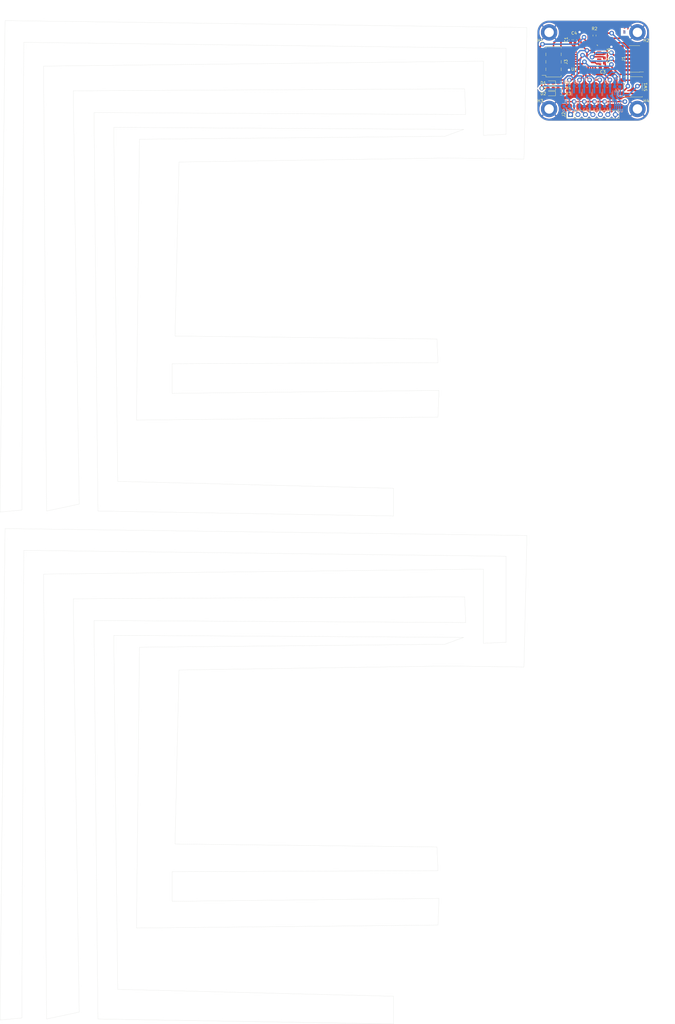
<source format=kicad_pcb>
(kicad_pcb (version 20221018) (generator pcbnew)
  (layers (0 "F.Cu" signal) (31 "B.Cu" signal) (34 "B.Paste" user) (35 "F.Paste" user) (36 "B.SilkS" user "B.Silkscreen") (37 "F.SilkS" user "F.Silkscreen") (38 "B.Mask" user) (39 "F.Mask" user) (44 "Edge.Cuts" user))
  (net 0 "")
  (net 1 "+5V-v2-")
  (net 2 "GND-v2-")
  (net 3 "+3.3V-v2-")
  (net 4 "Net-(D1-K)-v2-")
  (net 6 "Net-(D3-K)-v2-")
  (net 7 "Status_LED-v2-")
  (net 8 "Data_Clock_SNES-v2-")
  (net 9 "Data_Latch_SNES-v2-")
  (net 10 "Net-(D2-K)-v2-")
  (net 11 "Serial_Data1_SNES-v2-")
  (net 12 "Serial_Data2_SNES-v2-")
  (net 13 "SPI_Chip_Select-v2-")
  (net 14 "Chip_Enable-v2-")
  (net 15 "SPI_Digital_Input-v2-")
  (net 16 "SPI_Clock-v2-")
  (net 17 "SPI_Digital_Output-v2-")
  (net 18 "IOBit_SNES-v2-")
  (net 19 "Data_Clock_STM32-v2-")
  (net 20 "Data_Latch_STM32-v2-")
  (net 21 "Appairing_Btn-v2-")
  (net 22 "Net-(U2-BP)-v2-")
  (net 23 "SWDIO-v2-")
  (net 24 "SWDCK-v2-")
  (net 27 "NRST-v2-")
  (net 28 "USART2_RX-v2-")
  (net 29 "USART2_TX-v2-")
  (net 30 "Serial_Data1_STM32-v2-")
  (net 31 "IOBit_STM32-v2-")
  (net 32 "Serial_Data2_STM32-v2-")
  (footprint "Package_QFP:LQFP-32_7x7mm_P0.8mm" (layer "F.Cu") (at 200.6 13.15 180)
    (fp_text reference "U1")
    (fp_text value "STM32L412KBTx")
  )
  (footprint "Connector_PinSocket_2.54mm:PinSocket_2x04_P2.54mm_Vertical_SMD" (layer "F.Cu") (at 189.25 15.25 180)
    (fp_text reference "J3")
    (fp_text value "Conn_01x08_Socket")
  )
  (footprint "MountingHole:MountingHole_3.2mm_M3_DIN965_Pad" (layer "F.Cu") (at 187.75 31.25)
    (fp_text reference "H3")
    (fp_text value "MountingHole_Pad")
  )
  (footprint "Capacitor_SMD:C_0603_1608Metric_Pad1.08x0.95mm_HandSolder" (layer "F.Cu") (at 206.0025 17.19)
    (fp_text reference "C3")
    (fp_text value "100n")
  )
  (footprint "Diode_SMD:D_0603_1608Metric_Pad1.05x0.95mm_HandSolder" (layer "F.Cu") (at 188.26875 22.45 180)
    (fp_text reference "D1")
    (fp_text value "LED_Small")
  )
  (footprint "MountingHole:MountingHole_3.2mm_M3_DIN965_Pad" (layer "F.Cu") (at 217.75 31.25)
    (fp_text reference "H4")
    (fp_text value "MountingHole_Pad")
  )
  (footprint "Capacitor_SMD:C_0603_1608Metric_Pad1.08x0.95mm_HandSolder" (layer "F.Cu") (at 206.51 14.8025 90)
    (fp_text reference "C2")
    (fp_text value "100n")
  )
  (footprint "Resistor_SMD:R_0603_1608Metric_Pad0.98x0.95mm_HandSolder" (layer "F.Cu") (at 191.76875 22.45)
    (fp_text reference "R1")
    (fp_text value "1k")
  )
  (footprint "Connector_PinHeader_1.27mm:PinHeader_2x07_P1.27mm_Vertical_SMD" (layer "F.Cu") (at 216.75 14.25 180)
    (fp_text reference "J1")
    (fp_text value "Conn_02x07_Odd_Even")
  )
  (footprint "Button_Switch_SMD:SW_SPST_B3S-1000" (layer "F.Cu") (at 216.25 23.75 180)
    (fp_text reference "SW1")
    (fp_text value "SW_SPST")
  )
  (footprint "Capacitor_SMD:C_0603_1608Metric_Pad1.08x0.95mm_HandSolder" (layer "F.Cu") (at 196.55 7.75 90)
    (fp_text reference "C4")
    (fp_text value "100n")
  )
  (footprint "Resistor_SMD:R_0603_1608Metric_Pad0.98x0.95mm_HandSolder" (layer "F.Cu") (at 203.17 6.32 90)
    (fp_text reference "R2")
    (fp_text value "10k")
  )
  (footprint "MountingHole:MountingHole_3.2mm_M3_DIN965_Pad" (layer "F.Cu") (at 217.75 5.25)
    (fp_text reference "H2")
    (fp_text value "MountingHole_Pad")
  )
  (footprint "MountingHole:MountingHole_3.2mm_M3_DIN965_Pad" (layer "F.Cu") (at 187.75 5.25)
    (fp_text reference "H1")
    (fp_text value "MountingHole_Pad")
  )
  (footprint "Resistor_SMD:R_0603_1608Metric_Pad0.98x0.95mm_HandSolder" (layer "F.Cu") (at 191.76875 26.05)
    (fp_text reference "R3")
    (fp_text value "1k")
  )
  (footprint "Resistor_SMD:R_0603_1608Metric_Pad0.98x0.95mm_HandSolder" (layer "F.Cu") (at 191.76875 24.25)
    (fp_text reference "R4")
    (fp_text value "1k")
  )
  (footprint "Connector_PinHeader_2.54mm:PinHeader_1x07_P2.54mm_Vertical" (layer "F.Cu") (at 195 33.15 90)
    (fp_text reference "J2")
    (fp_text value "Conn_01x07_Socket")
  )
  (footprint "Capacitor_SMD:C_0603_1608Metric_Pad1.08x0.95mm_HandSolder" (layer "F.Cu") (at 195.05 7.75 90)
    (fp_text reference "C1")
    (fp_text value "10u")
  )
  (footprint "Capacitor_SMD:C_0603_1608Metric_Pad1.08x0.95mm_HandSolder" (layer "F.Cu") (at 206.51 11.5 90)
    (fp_text reference "C5")
    (fp_text value "100n")
  )
  (footprint "Diode_SMD:D_0603_1608Metric_Pad1.05x0.95mm_HandSolder" (layer "F.Cu") (at 188.26875 24.25 180)
    (fp_text reference "D3")
    (fp_text value "LED")
  )
  (footprint "Diode_SMD:D_0603_1608Metric_Pad1.05x0.95mm_HandSolder" (layer "F.Cu") (at 188.26875 26.05 180)
    (fp_text reference "D2")
    (fp_text value "LED_Small")
  )
  (footprint "Package_TO_SOT_SMD:SOT-23" (layer "B.Cu") (at 207.5 26.15 -90)
    (fp_text reference "Q5")
    (fp_text value "2N7002")
  )
  (footprint "Capacitor_SMD:C_0603_1608Metric_Pad1.08x0.95mm_HandSolder" (layer "B.Cu") (at 210.9 22.2 180)
    (fp_text reference "C7")
    (fp_text value "2.2u")
  )
  (footprint "Resistor_SMD:R_0603_1608Metric_Pad0.98x0.95mm_HandSolder" (layer "B.Cu") (at 197.15 23.45)
    (fp_text reference "R6")
    (fp_text value "10k")
  )
  (footprint "Resistor_SMD:R_0603_1608Metric_Pad0.98x0.95mm_HandSolder" (layer "B.Cu") (at 193.7 30.35)
    (fp_text reference "R10")
    (fp_text value "10k")
  )
  (footprint "Package_SO:MSOP-8_3x3mm_P0.65mm" (layer "B.Cu") (at 211.0125 27.9 -90)
    (fp_text reference "U2")
    (fp_text value "MIC5219-3.3YMM")
  )
  (footprint "Resistor_SMD:R_0603_1608Metric_Pad0.98x0.95mm_HandSolder" (layer "B.Cu") (at 207.5 30.35)
    (fp_text reference "R14")
    (fp_text value "10k")
  )
  (footprint "Resistor_SMD:R_0603_1608Metric_Pad0.98x0.95mm_HandSolder" (layer "B.Cu") (at 204.05 23.45)
    (fp_text reference "R8")
    (fp_text value "10k")
  )
  (footprint "Resistor_SMD:R_0603_1608Metric_Pad0.98x0.95mm_HandSolder" (layer "B.Cu") (at 200.6 30.35)
    (fp_text reference "R12")
    (fp_text value "10k")
  )
  (footprint "Capacitor_SMD:C_0603_1608Metric_Pad1.08x0.95mm_HandSolder" (layer "B.Cu") (at 210.9 23.7 180)
    (fp_text reference "C6")
    (fp_text value "470p")
  )
  (footprint "Package_TO_SOT_SMD:SOT-23" (layer "B.Cu") (at 204.05 26.15 -90)
    (fp_text reference "Q4")
    (fp_text value "2N7002")
  )
  (footprint "Package_TO_SOT_SMD:SOT-23" (layer "B.Cu") (at 193.7 26.15 -90)
    (fp_text reference "Q1")
    (fp_text value "2N7002")
  )
  (footprint "Package_TO_SOT_SMD:SOT-23" (layer "B.Cu") (at 200.6 26.15 -90)
    (fp_text reference "Q3")
    (fp_text value "2N7002")
  )
  (footprint "Resistor_SMD:R_0603_1608Metric_Pad0.98x0.95mm_HandSolder" (layer "B.Cu") (at 193.7 23.45)
    (fp_text reference "R5")
    (fp_text value "10k")
  )
  (footprint "Resistor_SMD:R_0603_1608Metric_Pad0.98x0.95mm_HandSolder" (layer "B.Cu") (at 204.05 30.35)
    (fp_text reference "R13")
    (fp_text value "10k")
  )
  (footprint "Resistor_SMD:R_0603_1608Metric_Pad0.98x0.95mm_HandSolder" (layer "B.Cu") (at 207.5 23.45)
    (fp_text reference "R9")
    (fp_text value "10k")
  )
  (footprint "Resistor_SMD:R_0603_1608Metric_Pad0.98x0.95mm_HandSolder" (layer "B.Cu") (at 200.6 23.45)
    (fp_text reference "R7")
    (fp_text value "10k")
  )
  (footprint "Package_TO_SOT_SMD:SOT-23" (layer "B.Cu") (at 197.15 26.15 -90)
    (fp_text reference "Q2")
    (fp_text value "2N7002")
  )
  (footprint "Resistor_SMD:R_0603_1608Metric_Pad0.98x0.95mm_HandSolder" (layer "B.Cu") (at 197.15 30.35)
    (fp_text reference "R11")
    (fp_text value "10k")
  )
  (gr_line (start 26.099937 197.58989) (end 159.059937 196.91989) (stroke (width 0.05)) (layer "Edge.Cuts"))
  (gr_line (start 150.329937 126.82989) (end 59.679937 127.82989) (stroke (width 0.05)) (layer "Edge.Cuts"))
  (gr_line (start 134.889937 160.06989) (end 41.209937 157.71989) (stroke (width 0.05)) (layer "Edge.Cuts"))
  (gr_line (start 41.209937 157.71989) (end 39.869937 37.50989) (stroke (width 0.05)) (layer "Edge.Cuts"))
  (gr_line (start 149.999937 117.42989) (end 149.659937 109.36989) (stroke (width 0.05)) (layer "Edge.Cuts"))
  (gr_line (start 149.999937 308.38989) (end 150.329937 299.32989) (stroke (width 0.05)) (layer "Edge.Cuts"))
  (gr_line (start 187.75 1.25) (end 217.75 1.25) (stroke (width 0.1)) (layer "Edge.Cuts"))
  (gr_line (start 149.999937 135.88989) (end 150.329937 126.82989) (stroke (width 0.05)) (layer "Edge.Cuts"))
  (gr_line (start 26.099937 25.08989) (end 159.059937 24.41989) (stroke (width 0.05)) (layer "Edge.Cuts"))
  (gr_line (start 1.249937 168.12989) (end 8.639937 167.44989) (stroke (width 0.05)) (layer "Edge.Cuts"))
  (gr_line (start 217.75 35.25) (end 187.75 35.25) (stroke (width 0.1)) (layer "Edge.Cuts"))
  (gr_line (start 33.149937 204.97989) (end 34.489937 340.28989) (stroke (width 0.05)) (layer "Edge.Cuts"))
  (gr_line (start 2.929937 173.74989) (end 1.249937 340.62989) (stroke (width 0.05)) (layer "Edge.Cuts"))
  (gr_line (start 62.029937 49.26989) (end 153.019937 47.91989) (stroke (width 0.05)) (layer "Edge.Cuts"))
  (gr_line (start 150.329937 299.32989) (end 59.679937 300.32989) (stroke (width 0.05)) (layer "Edge.Cuts"))
  (gr_line (start 16.029937 189.19989) (end 17.039937 340.28989) (stroke (width 0.05)) (layer "Edge.Cuts"))
  (gr_line (start 60.679937 280.85989) (end 62.029937 221.76989) (stroke (width 0.05)) (layer "Edge.Cuts"))
  (gr_line (start 180.219937 176.09989) (end 2.929937 173.74989) (stroke (width 0.05)) (layer "Edge.Cuts"))
  (gr_line (start 59.679937 290.25989) (end 149.999937 289.92989) (stroke (width 0.05)) (layer "Edge.Cuts"))
  (gr_line (start 134.889937 169.46989) (end 134.889937 160.06989) (stroke (width 0.05)) (layer "Edge.Cuts"))
  (gr_line (start 47.589937 309.39989) (end 149.999937 308.38989) (stroke (width 0.05)) (layer "Edge.Cuts"))
  (gr_line (start 134.889937 332.56989) (end 41.209937 330.21989) (stroke (width 0.05)) (layer "Edge.Cuts"))
  (gr_line (start 165.439937 212.69989) (end 165.439937 187.51989) (stroke (width 0.05)) (layer "Edge.Cuts"))
  (gr_line (start 134.889937 341.96989) (end 134.889937 332.56989) (stroke (width 0.05)) (layer "Edge.Cuts"))
  (gr_line (start 173.159937 10.64989) (end 173.159937 39.85989) (stroke (width 0.05)) (layer "Edge.Cuts"))
  (gr_line (start 39.869937 210.00989) (end 158.729937 210.68989) (stroke (width 0.05)) (layer "Edge.Cuts"))
  (gr_line (start 2.929937 1.24989) (end 1.249937 168.12989) (stroke (width 0.05)) (layer "Edge.Cuts"))
  (gr_line (start 165.439937 15.01989) (end 16.029937 16.69989) (stroke (width 0.05)) (layer "Edge.Cuts"))
  (gr_line (start 48.599937 41.53989) (end 47.589937 136.89989) (stroke (width 0.05)) (layer "Edge.Cuts"))
  (gr_line (start 34.489937 167.78989) (end 134.889937 169.46989) (stroke (width 0.05)) (layer "Edge.Cuts"))
  (gr_line (start 180.219937 3.59989) (end 2.929937 1.24989) (stroke (width 0.05)) (layer "Edge.Cuts"))
  (gr_line (start 34.489937 340.28989) (end 134.889937 341.96989) (stroke (width 0.05)) (layer "Edge.Cuts"))
  (gr_line (start 48.599937 214.03989) (end 47.589937 309.39989) (stroke (width 0.05)) (layer "Edge.Cuts"))
  (gr_line (start 159.399937 33.14989) (end 33.149937 32.47989) (stroke (width 0.05)) (layer "Edge.Cuts"))
  (gr_line (start 60.679937 108.35989) (end 62.029937 49.26989) (stroke (width 0.05)) (layer "Edge.Cuts"))
  (gr_line (start 158.729937 210.68989) (end 152.349937 213.03989) (stroke (width 0.05)) (layer "Edge.Cuts"))
  (gr_line (start 183.75 31.25) (end 183.75 5.25) (stroke (width 0.1)) (layer "Edge.Cuts"))
  (gr_line (start 165.439937 40.19989) (end 165.439937 15.01989) (stroke (width 0.05)) (layer "Edge.Cuts"))
  (gr_line (start 221.75 5.25) (end 221.75 31.25) (stroke (width 0.1)) (layer "Edge.Cuts"))
  (gr_line (start 41.209937 330.21989) (end 39.869937 210.00989) (stroke (width 0.05)) (layer "Edge.Cuts"))
  (gr_line (start 1.249937 340.62989) (end 8.639937 339.94989) (stroke (width 0.05)) (layer "Edge.Cuts"))
  (gr_line (start 59.679937 117.75989) (end 149.999937 117.42989) (stroke (width 0.05)) (layer "Edge.Cuts"))
  (gr_line (start 8.639937 167.44989) (end 9.309937 8.63989) (stroke (width 0.05)) (layer "Edge.Cuts"))
  (gr_line (start 152.349937 40.53989) (end 48.599937 41.53989) (stroke (width 0.05)) (layer "Edge.Cuts"))
  (gr_line (start 165.439937 187.51989) (end 16.029937 189.19989) (stroke (width 0.05)) (layer "Edge.Cuts"))
  (gr_line (start 158.729937 38.18989) (end 152.349937 40.53989) (stroke (width 0.05)) (layer "Edge.Cuts"))
  (gr_arc (start 187.75 35.25) (mid 184.921573 34.078427) (end 183.75 31.25) (stroke (width 0.1)) (layer "Edge.Cuts"))
  (gr_line (start 59.679937 300.32989) (end 59.679937 290.25989) (stroke (width 0.05)) (layer "Edge.Cuts"))
  (gr_line (start 179.209937 48.25989) (end 180.219937 3.59989) (stroke (width 0.05)) (layer "Edge.Cuts"))
  (gr_line (start 62.029937 221.76989) (end 153.019937 220.41989) (stroke (width 0.05)) (layer "Edge.Cuts"))
  (gr_line (start 149.999937 289.92989) (end 149.659937 281.86989) (stroke (width 0.05)) (layer "Edge.Cuts"))
  (gr_line (start 16.029937 16.69989) (end 17.039937 167.78989) (stroke (width 0.05)) (layer "Edge.Cuts"))
  (gr_line (start 59.679937 127.82989) (end 59.679937 117.75989) (stroke (width 0.05)) (layer "Edge.Cuts"))
  (gr_line (start 153.019937 220.41989) (end 179.209937 220.75989) (stroke (width 0.05)) (layer "Edge.Cuts"))
  (gr_line (start 28.119937 165.43989) (end 26.099937 25.08989) (stroke (width 0.05)) (layer "Edge.Cuts"))
  (gr_line (start 28.119937 337.93989) (end 26.099937 197.58989) (stroke (width 0.05)) (layer "Edge.Cuts"))
  (gr_line (start 173.159937 212.35989) (end 165.439937 212.69989) (stroke (width 0.05)) (layer "Edge.Cuts"))
  (gr_line (start 17.039937 167.78989) (end 28.119937 165.43989) (stroke (width 0.05)) (layer "Edge.Cuts"))
  (gr_arc (start 183.75 5.25) (mid 184.921573 2.421573) (end 187.75 1.25) (stroke (width 0.1)) (layer "Edge.Cuts"))
  (gr_line (start 149.659937 281.86989) (end 60.679937 280.85989) (stroke (width 0.05)) (layer "Edge.Cuts"))
  (gr_line (start 8.639937 339.94989) (end 9.309937 181.13989) (stroke (width 0.05)) (layer "Edge.Cuts"))
  (gr_line (start 39.869937 37.50989) (end 158.729937 38.18989) (stroke (width 0.05)) (layer "Edge.Cuts"))
  (gr_arc (start 217.75 1.25) (mid 220.578427 2.421573) (end 221.75 5.25) (stroke (width 0.1)) (layer "Edge.Cuts"))
  (gr_line (start 159.059937 196.91989) (end 159.399937 205.64989) (stroke (width 0.05)) (layer "Edge.Cuts"))
  (gr_line (start 173.159937 183.14989) (end 173.159937 212.35989) (stroke (width 0.05)) (layer "Edge.Cuts"))
  (gr_line (start 159.059937 24.41989) (end 159.399937 33.14989) (stroke (width 0.05)) (layer "Edge.Cuts"))
  (gr_line (start 179.209937 220.75989) (end 180.219937 176.09989) (stroke (width 0.05)) (layer "Edge.Cuts"))
  (gr_line (start 152.349937 213.03989) (end 48.599937 214.03989) (stroke (width 0.05)) (layer "Edge.Cuts"))
  (gr_arc (start 221.75 31.25) (mid 220.578427 34.078427) (end 217.75 35.25) (stroke (width 0.1)) (layer "Edge.Cuts"))
  (gr_line (start 159.399937 205.64989) (end 33.149937 204.97989) (stroke (width 0.05)) (layer "Edge.Cuts"))
  (gr_line (start 173.159937 39.85989) (end 165.439937 40.19989) (stroke (width 0.05)) (layer "Edge.Cuts"))
  (gr_line (start 153.019937 47.91989) (end 179.209937 48.25989) (stroke (width 0.05)) (layer "Edge.Cuts"))
  (gr_line (start 149.659937 109.36989) (end 60.679937 108.35989) (stroke (width 0.05)) (layer "Edge.Cuts"))
  (gr_line (start 9.309937 8.63989) (end 173.159937 10.64989) (stroke (width 0.05)) (layer "Edge.Cuts"))
  (gr_line (start 33.149937 32.47989) (end 34.489937 167.78989) (stroke (width 0.05)) (layer "Edge.Cuts"))
  (gr_line (start 9.309937 181.13989) (end 173.159937 183.14989) (stroke (width 0.05)) (layer "Edge.Cuts"))
  (gr_line (start 47.589937 136.89989) (end 149.999937 135.88989) (stroke (width 0.05)) (layer "Edge.Cuts"))
  (gr_line (start 17.039937 340.28989) (end 28.119937 337.93989) (stroke (width 0.05)) (layer "Edge.Cuts"))
  (gr_text "SNES Plug" (at 205.75 3.75) (layer "F.Cu") (effects (font (size 1 1)) (justify left bottom)))
  (gr_text "T" (at 212.75 5.75) (layer "F.Cu") (effects (font (size 1 1)) (justify left bottom)))
  (gr_text "B" (at 212.75 5.75) (layer "B.Cu") (effects (font (size 1 1)) (justify left bottom)))
  (segment (start 203.1375 28.75) (end 206.5875 28.75) (width 0.5) (layer "F.Cu") (net 1))
  (segment (start 196.2375 28.75) (end 199.6875 28.75) (width 0.3) (layer "F.Cu") (net 1))
  (segment (start 206.5875 28.75) (end 213.5 28.75) (width 0.5) (layer "F.Cu") (net 1))
  (segment (start 196.2375 28.75) (end 196.2375 31.9125) (width 0.5) (layer "F.Cu") (net 1))
  (segment (start 188.809189 27.5) (end 190.25 27.5) (width 0.5) (layer "F.Cu") (net 1))
  (segment (start 203.1375 28.75) (end 199.6875 28.75) (width 0.5) (layer "F.Cu") (net 1))
  (segment (start 187.39375 26.084561) (end 188.809189 27.5) (width 0.5) (layer "F.Cu") (net 1))
  (segment (start 196.2375 31.9125) (end 195 33.15) (width 0.5) (layer "F.Cu") (net 1))
  (segment (start 191.5 28.75) (end 196.2375 28.75) (width 0.5) (layer "F.Cu") (net 1))
  (segment (start 190.25 27.5) (end 191.5 28.75) (width 0.5) (layer "F.Cu") (net 1))
  (segment (start 187.39375 26.05) (end 187.39375 26.084561) (width 0.5) (layer "F.Cu") (net 1))
  (via (at 213.5 28.75) (size 1.6) (drill 0.8) (layers "F.Cu" "B.Cu") (net 1))
  (via (at 196.2375 28.75) (size 1.6) (drill 0.8) (layers "F.Cu" "B.Cu") (net 1))
  (via (at 203.1375 28.75) (size 1.6) (drill 0.8) (layers "F.Cu" "B.Cu") (net 1))
  (via (at 206.5875 28.75) (size 1.6) (drill 0.8) (layers "F.Cu" "B.Cu") (net 1))
  (via (at 199.6875 28.75) (size 1.6) (drill 0.8) (layers "F.Cu" "B.Cu") (net 1))
  (segment (start 210.6875 25.7875) (end 210.6875 27.230761) (width 0.3) (layer "B.Cu") (net 1))
  (segment (start 213.4 28.65) (end 212.106739 28.65) (width 0.5) (layer "B.Cu") (net 1))
  (segment (start 206.5875 28.75) (end 206.5875 30.35) (width 0.5) (layer "B.Cu") (net 1))
  (segment (start 199.6875 28.75) (end 199.6875 30.35) (width 0.5) (layer "B.Cu") (net 1))
  (segment (start 196.2375 30.35) (end 196.2375 28.75) (width 0.5) (layer "B.Cu") (net 1))
  (segment (start 212.106739 28.65) (end 210.6875 27.230761) (width 0.5) (layer "B.Cu") (net 1))
  (segment (start 195 33.15) (end 195 32.5625) (width 0.5) (layer "B.Cu") (net 1))
  (segment (start 203.1375 28.75) (end 203.1375 30.35) (width 0.5) (layer "B.Cu") (net 1))
  (segment (start 195 32.5625) (end 192.7875 30.35) (width 0.5) (layer "B.Cu") (net 1))
  (segment (start 213.5 28.75) (end 213.4 28.65) (width 0.5) (layer "B.Cu") (net 1))
  (segment (start 206.865 16.02) (end 206.51 15.665) (width 0.5) (layer "F.Cu") (net 2))
  (segment (start 195.05 6.8875) (end 196.55 6.8875) (width 0.5) (layer "F.Cu") (net 2))
  (segment (start 196.55 6.7) (end 198.1 5.15) (width 0.5) (layer "F.Cu") (net 2))
  (segment (start 206.51 15.665) (end 206.51 15.591193) (width 0.5) (layer "F.Cu") (net 2))
  (segment (start 204.29 18.215) (end 205.84 18.215) (width 0.5) (layer "F.Cu") (net 2))
  (segment (start 194.5 18) (end 193.44 19.06) (width 0.5) (layer "F.Cu") (net 2))
  (segment (start 197.8 5.45) (end 197.8 8.975) (width 0.5) (layer "F.Cu") (net 2))
  (segment (start 206.865 17.19) (end 206.865 16.02) (width 0.5) (layer "F.Cu") (net 2))
  (segment (start 206.51 15.591193) (end 207.535 14.566193) (width 0.5) (layer "F.Cu") (net 2))
  (segment (start 196.55 6.8875) (end 196.55 6.7) (width 0.5) (layer "F.Cu") (net 2))
  (segment (start 203.4 17.325) (end 204.29 18.215) (width 0.5) (layer "F.Cu") (net 2))
  (segment (start 193.44 19.06) (end 191.77 19.06) (width 0.5) (layer "F.Cu") (net 2))
  (segment (start 207.535 11.6625) (end 206.51 10.6375) (width 0.5) (layer "F.Cu") (net 2))
  (segment (start 208.411689 10.6375) (end 206.51 10.6375) (width 0.5) (layer "F.Cu") (net 2))
  (segment (start 208.899189 10.15) (end 208.411689 10.6375) (width 0.5) (layer "F.Cu") (net 2))
  (segment (start 207.535 14.566193) (end 207.535 11.6625) (width 0.5) (layer "F.Cu") (net 2))
  (segment (start 205.84 18.215) (end 206.865 17.19) (width 0.5) (layer "F.Cu") (net 2))
  (segment (start 198.1 5.15) (end 197.8 5.45) (width 0.5) (layer "F.Cu") (net 2))
  (via (at 194.5 18) (size 1.6) (drill 0.8) (layers "F.Cu" "B.Cu") (net 2))
  (via (at 198.1 5.15) (size 1.6) (drill 0.8) (layers "F.Cu" "B.Cu") (net 2))
  (via (at 208.899189 10.15) (size 1.6) (drill 0.8) (layers "F.Cu" "B.Cu") (net 2))
  (via (at 210.0375 20.15) (size 1.6) (drill 0.8) (layers "F.Cu" "B.Cu") (net 2))
  (segment (start 208.899189 10.15) (end 206.15 10.15) (width 0.5) (layer "B.Cu") (net 2))
  (segment (start 210.0375 20.1875) (end 210 20.15) (width 0.5) (layer "B.Cu") (net 2))
  (segment (start 210.0375 22.2) (end 210.0375 23.7) (width 0.5) (layer "B.Cu") (net 2))
  (segment (start 206.15 10.15) (end 201.15 5.15) (width 0.5) (layer "B.Cu") (net 2))
  (segment (start 210.0375 22.2) (end 210.0375 20.15) (width 0.5) (layer "B.Cu") (net 2))
  (segment (start 201.15 5.15) (end 198.1 5.15) (width 0.5) (layer "B.Cu") (net 2))
  (segment (start 220.4 16.79) (end 220.75 17.14) (width 0.5) (layer "F.Cu") (net 3))
  (segment (start 204.775 15.95) (end 203.870406 15.95) (width 0.5) (layer "F.Cu") (net 3))
  (segment (start 200.6 11.4) (end 199.55 10.35) (width 0.5) (layer "F.Cu") (net 3))
  (segment (start 204.775 12.75) (end 203.75 12.75) (width 0.5) (layer "F.Cu") (net 3))
  (segment (start 205.14 16.315) (end 204.775 15.95) (width 0.5) (layer "F.Cu") (net 3))
  (segment (start 200.6 13.809189) (end 200.6 11.4) (width 0.5) (layer "F.Cu") (net 3))
  (segment (start 195.05 8.975) (end 196.425 10.35) (width 0.5) (layer "F.Cu") (net 3))
  (segment (start 212.275 21.5) (end 220.225 21.5) (width 0.5) (layer "F.Cu") (net 3))
  (segment (start 218.7 16.79) (end 220.4 16.79) (width 0.5) (layer "F.Cu") (net 3))
  (segment (start 202.290811 15.5) (end 200.6 13.809189) (width 0.5) (layer "F.Cu") (net 3))
  (segment (start 220.225 21.5) (end 220.75 20.975) (width 0.5) (layer "F.Cu") (net 3))
  (segment (start 202.4 11.4) (end 200.6 11.4) (width 0.5) (layer "F.Cu") (net 3))
  (segment (start 203.75 12.75) (end 202.4 11.4) (width 0.5) (layer "F.Cu") (net 3))
  (segment (start 205.14 17.19) (end 205.14 16.315) (width 0.5) (layer "F.Cu") (net 3))
  (segment (start 187.39375 24.25) (end 185.25 24.25) (width 0.5) (layer "F.Cu") (net 3))
  (segment (start 206.1225 12.75) (end 204.775 12.75) (width 0.5) (layer "F.Cu") (net 3))
  (segment (start 220.75 20.975) (end 220.75 17.14) (width 0.5) (layer "F.Cu") (net 3))
  (segment (start 196.425 8.7375) (end 196.55 8.6125) (width 0.5) (layer "F.Cu") (net 3))
  (segment (start 185.25 24.25) (end 185.25 20.54) (width 0.5) (layer "F.Cu") (net 3))
  (segment (start 203.420406 15.5) (end 202.290811 15.5) (width 0.5) (layer "F.Cu") (net 3))
  (segment (start 195.05 8.6125) (end 195.05 8.975) (width 0.5) (layer "F.Cu") (net 3))
  (segment (start 203.870406 15.95) (end 203.420406 15.5) (width 0.5) (layer "F.Cu") (net 3))
  (segment (start 199.55 10.35) (end 196.425 10.35) (width 0.5) (layer "F.Cu") (net 3))
  (segment (start 206.51 12.3625) (end 206.1225 12.75) (width 0.5) (layer "F.Cu") (net 3))
  (segment (start 196.425 10.35) (end 196.425 8.7375) (width 0.5) (layer "F.Cu") (net 3))
  (segment (start 217.75 23.5) (end 218.225 23.5) (width 0.5) (layer "F.Cu") (net 3))
  (segment (start 185.25 20.54) (end 186.73 19.06) (width 0.5) (layer "F.Cu") (net 3))
  (segment (start 218.225 23.5) (end 220.225 21.5) (width 0.5) (layer "F.Cu") (net 3))
  (via (at 217.75 23.5) (size 1.6) (drill 0.8) (layers "F.Cu" "B.Cu") (net 3))
  (via (at 185.25 24.25) (size 1.6) (drill 0.8) (layers "F.Cu" "B.Cu") (net 3))
  (via (at 200.6 11.4) (size 1.6) (drill 0.8) (layers "F.Cu" "B.Cu") (net 3))
  (segment (start 192.75 25.2125) (end 192.75 23.4875) (width 0.5) (layer "B.Cu") (net 3))
  (segment (start 211.3375 26.727817) (end 211.759683 27.15) (width 0.3) (layer "B.Cu") (net 3))
  (segment (start 206.55 25.2125) (end 206.55 23.4875) (width 0.5) (layer "B.Cu") (net 3))
  (segment (start 206.55 23.4875) (end 206.5875 23.45) (width 0.5) (layer "B.Cu") (net 3))
  (segment (start 197.303311 12.446689) (end 197.303311 20.05) (width 0.5) (layer "B.Cu") (net 3))
  (segment (start 196.2375 21.115811) (end 196.2375 23.45) (width 0.5) (layer "B.Cu") (net 3))
  (segment (start 211.7625 22.2) (end 211.7625 19.965811) (width 0.5) (layer "B.Cu") (net 3))
  (segment (start 213 22.75) (end 212.45 22.2) (width 0.5) (layer "B.Cu") (net 3))
  (segment (start 196.2 25.2125) (end 196.2 23.4875) (width 0.5) (layer "B.Cu") (net 3))
  (segment (start 192.7875 23.45) (end 192.7875 21.315811) (width 0.5) (layer "B.Cu") (net 3))
  (segment (start 203.1 23.4875) (end 203.1375 23.45) (width 0.5) (layer "B.Cu") (net 3))
  (segment (start 197.303311 20.05) (end 196.2375 21.115811) (width 0.5) (layer "B.Cu") (net 3))
  (segment (start 199.65 25.2125) (end 199.65 23.4875) (width 0.5) (layer "B.Cu") (net 3))
  (segment (start 194.053311 20.05) (end 195.171689 20.05) (width 0.5) (layer "B.Cu") (net 3))
  (segment (start 198.621689 20.05) (end 197.303311 20.05) (width 0.5) (layer "B.Cu") (net 3))
  (segment (start 212.45 22.2) (end 211.7625 22.2) (width 0.5) (layer "B.Cu") (net 3))
  (segment (start 186.05 23.45) (end 192.7875 23.45) (width 0.5) (layer "B.Cu") (net 3))
  (segment (start 204.203311 20.05) (end 203.1375 21.115811) (width 0.5) (layer "B.Cu") (net 3))
  (segment (start 211.3375 25.7875) (end 211.3375 26.727817) (width 0.3) (layer "B.Cu") (net 3))
  (segment (start 195.171689 20.05) (end 196.2375 21.115811) (width 0.5) (layer "B.Cu") (net 3))
  (segment (start 214.743261 26.506739) (end 217.75 23.5) (width 0.5) (layer "B.Cu") (net 3))
  (segment (start 199.6875 21.115811) (end 198.621689 20.05) (width 0.5) (layer "B.Cu") (net 3))
  (segment (start 210.596689 18.8) (end 208.903311 18.8) (width 0.5) (layer "B.Cu") (net 3))
  (segment (start 199.6875 21.115811) (end 200.753311 20.05) (width 0.5) (layer "B.Cu") (net 3))
  (segment (start 192.75 23.4875) (end 192.7875 23.45) (width 0.5) (layer "B.Cu") (net 3))
  (segment (start 211.7625 19.965811) (end 210.596689 18.8) (width 0.5) (layer "B.Cu") (net 3))
  (segment (start 213 26.506739) (end 213 22.75) (width 0.5) (layer "B.Cu") (net 3))
  (segment (start 199.65 23.4875) (end 199.6875 23.45) (width 0.5) (layer "B.Cu") (net 3))
  (segment (start 208.903311 18.8) (end 206.5875 21.115811) (width 0.5) (layer "B.Cu") (net 3))
  (segment (start 206.5875 21.115811) (end 205.521689 20.05) (width 0.5) (layer "B.Cu") (net 3))
  (segment (start 185.25 24.25) (end 186.05 23.45) (width 0.5) (layer "B.Cu") (net 3))
  (segment (start 192.7875 21.315811) (end 194.053311 20.05) (width 0.5) (layer "B.Cu") (net 3))
  (segment (start 200.753311 20.05) (end 202.071689 20.05) (width 0.5) (layer "B.Cu") (net 3))
  (segment (start 212.356739 27.15) (end 211.759683 27.15) (width 0.5) (layer "B.Cu") (net 3))
  (segment (start 214.743261 26.506739) (end 213 26.506739) (width 0.5) (layer "B.Cu") (net 3))
  (segment (start 196.2 23.4875) (end 196.2375 23.45) (width 0.5) (layer "B.Cu") (net 3))
  (segment (start 203.1375 21.115811) (end 203.1375 23.45) (width 0.5) (layer "B.Cu") (net 3))
  (segment (start 200.6 11.4) (end 198.35 11.4) (width 0.5) (layer "B.Cu") (net 3))
  (segment (start 203.1 25.2125) (end 203.1 23.4875) (width 0.5) (layer "B.Cu") (net 3))
  (segment (start 202.071689 20.05) (end 203.1375 21.115811) (width 0.5) (layer "B.Cu") (net 3))
  (segment (start 213 26.506739) (end 212.356739 27.15) (width 0.5) (layer "B.Cu") (net 3))
  (segment (start 205.521689 20.05) (end 204.203311 20.05) (width 0.5) (layer "B.Cu") (net 3))
  (segment (start 199.6875 23.45) (end 199.6875 21.115811) (width 0.5) (layer "B.Cu") (net 3))
  (segment (start 198.35 11.4) (end 197.303311 12.446689) (width 0.5) (layer "B.Cu") (net 3))
  (segment (start 206.5875 23.45) (end 206.5875 21.115811) (width 0.5) (layer "B.Cu") (net 3))
  (segment (start 190.85625 22.45) (end 189.14375 22.45) (width 0.5) (layer "F.Cu") (net 4))
  (segment (start 190.85625 24.25) (end 189.14375 24.25) (width 0.5) (layer "F.Cu") (net 6))
  (segment (start 192.575 21.425) (end 194 20) (width 0.5) (layer "F.Cu") (net 7))
  (segment (start 195.125 20) (end 197.8 17.325) (width 0.5) (layer "F.Cu") (net 7))
  (segment (start 188.41875 21.425) (end 192.575 21.425) (width 0.5) (layer "F.Cu") (net 7))
  (segment (start 194 20) (end 195.125 20) (width 0.5) (layer "F.Cu") (net 7))
  (segment (start 187.39375 22.45) (end 188.41875 21.425) (width 0.5) (layer "F.Cu") (net 7))
  (segment (start 197.54 32.54) (end 196.75 31.75) (width 0.5) (layer "B.Cu") (net 8))
  (segment (start 194.6125 28) (end 193.7 27.0875) (width 0.5) (layer "B.Cu") (net 8))
  (segment (start 196.0125 31.75) (end 194.6125 30.35) (width 0.5) (layer "B.Cu") (net 8))
  (segment (start 196.75 31.75) (end 196.0125 31.75) (width 0.5) (layer "B.Cu") (net 8))
  (segment (start 197.54 33.15) (end 197.54 32.54) (width 0.5) (layer "B.Cu") (net 8))
  (segment (start 194.6125 30.35) (end 194.6125 28) (width 0.5) (layer "B.Cu") (net 8))
  (segment (start 198.0625 31.2125) (end 200 33.15) (width 0.5) (layer "B.Cu") (net 9))
  (segment (start 198.0625 30.35) (end 198.0625 31.2125) (width 0.5) (layer "B.Cu") (net 9))
  (segment (start 198.0625 30.35) (end 198.0625 28) (width 0.5) (layer "B.Cu") (net 9))
  (segment (start 198.0625 28) (end 197.15 27.0875) (width 0.5) (layer "B.Cu") (net 9))
  (segment (start 189.14375 26.05) (end 190.85625 26.05) (width 0.5) (layer "F.Cu") (net 10))
  (segment (start 201.5125 30.35) (end 201.5125 32.1625) (width 0.5) (layer "B.Cu") (net 11))
  (segment (start 201.5125 28) (end 200.6 27.0875) (width 0.5) (layer "B.Cu") (net 11))
  (segment (start 201.5125 32.1625) (end 202.5 33.15) (width 0.5) (layer "B.Cu") (net 11))
  (segment (start 201.5125 30.35) (end 201.5125 28) (width 0.5) (layer "B.Cu") (net 11))
  (segment (start 204.9625 30.35) (end 204.9625 33.1125) (width 0.5) (layer "B.Cu") (net 12))
  (segment (start 204.9625 30.35) (end 204.9625 28) (width 0.5) (layer "B.Cu") (net 12))
  (segment (start 204.9625 28) (end 204.05 27.0875) (width 0.5) (layer "B.Cu") (net 12))
  (segment (start 204.9625 33.1125) (end 205 33.15) (width 0.5) (layer "B.Cu") (net 12))
  (segment (start 188 15.25) (end 186.73 16.52) (width 0.5) (layer "F.Cu") (net 13))
  (segment (start 194 14.75) (end 193.5 15.25) (width 0.5) (layer "F.Cu") (net 13))
  (segment (start 194.85 11.15) (end 194 12) (width 0.5) (layer "F.Cu") (net 13))
  (segment (start 196.425 11.15) (end 194.85 11.15) (width 0.5) (layer "F.Cu") (net 13))
  (segment (start 194 12) (end 194 14.75) (width 0.5) (layer "F.Cu") (net 13))
  (segment (start 193.5 15.25) (end 188 15.25) (width 0.5) (layer "F.Cu") (net 13))
  (segment (start 194.23 16.52) (end 195.125 15.625) (width 0.5) (layer "F.Cu") (net 14))
  (segment (start 195.125 12.345406) (end 195.520406 11.95) (width 0.5) (layer "F.Cu") (net 14))
  (segment (start 195.125 15.625) (end 195.125 12.345406) (width 0.5) (layer "F.Cu") (net 14))
  (segment (start 191.77 16.52) (end 194.23 16.52) (width 0.5) (layer "F.Cu") (net 14))
  (segment (start 195.520406 11.95) (end 196.425 11.95) (width 0.5) (layer "F.Cu") (net 14))
  (segment (start 198.8 3.8) (end 201 6) (width 0.5) (layer "F.Cu") (net 15))
  (segment (start 196.486307 3.8) (end 198.8 3.8) (width 0.5) (layer "F.Cu") (net 15))
  (segment (start 191.77 8.516307) (end 196.486307 3.8) (width 0.5) (layer "F.Cu") (net 15))
  (segment (start 201 6) (end 201 8.975) (width 0.5) (layer "F.Cu") (net 15))
  (segment (start 191.77 11.44) (end 191.77 8.516307) (width 0.5) (layer "F.Cu") (net 15))
  (segment (start 199.75 2.5) (end 201.8 4.55) (width 0.5) (layer "F.Cu") (net 16))
  (segment (start 189.25 9) (end 195.75 2.5) (width 0.5) (layer "F.Cu") (net 16))
  (segment (start 191.77 13.98) (end 190.77 13.98) (width 0.5) (layer "F.Cu") (net 16))
  (segment (start 195.75 2.5) (end 199.75 2.5) (width 0.5) (layer "F.Cu") (net 16))
  (segment (start 190.77 13.98) (end 189.25 12.46) (width 0.5) (layer "F.Cu") (net 16))
  (segment (start 201.8 4.55) (end 201.8 8.975) (width 0.5) (layer "F.Cu") (net 16))
  (segment (start 189.25 12.46) (end 189.25 9) (width 0.5) (layer "F.Cu") (net 16))
  (segment (start 200.2 8.070406) (end 200.2 8.975) (width 0.5) (layer "F.Cu") (net 17))
  (segment (start 184.68 10.07) (end 185.5 9.25) (width 0.5) (layer "F.Cu") (net 17))
  (segment (start 199.6 6.9) (end 199.6 7.470406) (width 0.5) (layer "F.Cu") (net 17))
  (segment (start 186.73 13.98) (end 185.73 13.98) (width 0.5) (layer "F.Cu") (net 17))
  (segment (start 185.73 13.98) (end 184.68 12.93) (width 0.5) (layer "F.Cu") (net 17))
  (segment (start 184.68 12.93) (end 184.68 10.07) (width 0.5) (layer "F.Cu") (net 17))
  (segment (start 199.6 7.470406) (end 200.2 8.070406) (width 0.5) (layer "F.Cu") (net 17))
  (via (at 199.6 6.9) (size 1.6) (drill 0.8) (layers "F.Cu" "B.Cu") (net 17))
  (via (at 185.5 9.25) (size 1.6) (drill 0.8) (layers "F.Cu" "B.Cu") (net 17))
  (segment (start 185.5 9.25) (end 197.25 9.25) (width 0.5) (layer "B.Cu") (net 17))
  (segment (start 197.25 9.25) (end 199.6 6.9) (width 0.5) (layer "B.Cu") (net 17))
  (segment (start 208.4125 28) (end 207.5 27.0875) (width 0.5) (layer "B.Cu") (net 18))
  (segment (start 208.4125 30.35) (end 208.4125 32.2375) (width 0.5) (layer "B.Cu") (net 18))
  (segment (start 208.4125 30.35) (end 208.4125 28) (width 0.5) (layer "B.Cu") (net 18))
  (segment (start 208.4125 32.2375) (end 207.5 33.15) (width 0.5) (layer "B.Cu") (net 18))
  (segment (start 194.6125 21.4) (end 195.429594 21.4) (width 0.5) (layer "F.Cu") (net 19))
  (segment (start 198.6 18.229594) (end 198.6 17.325) (width 0.5) (layer "F.Cu") (net 19))
  (segment (start 195.429594 21.4) (end 198.6 18.229594) (width 0.5) (layer "F.Cu") (net 19))
  (via (at 194.6125 21.4) (size 1.6) (drill 0.8) (layers "F.Cu" "B.Cu") (net 19))
  (segment (start 194.65 23.4875) (end 194.6125 23.45) (width 0.5) (layer "B.Cu") (net 19))
  (segment (start 194.65 25.2125) (end 194.65 23.4875) (width 0.5) (layer "B.Cu") (net 19))
  (segment (start 194.6125 23.45) (end 194.6125 21.4) (width 0.5) (layer "B.Cu") (net 19))
  (segment (start 198.0625 21.4) (end 199.4 20.0625) (width 0.5) (layer "F.Cu") (net 20))
  (segment (start 199.4 20.0625) (end 199.4 17.325) (width 0.5) (layer "F.Cu") (net 20))
  (via (at 198.0625 21.4) (size 1.6) (drill 0.8) (layers "F.Cu" "B.Cu") (net 20))
  (segment (start 198.1 25.2125) (end 198.1 23.4875) (width 0.5) (layer "B.Cu") (net 20))
  (segment (start 198.0625 23.45) (end 198.0625 21.4) (width 0.5) (layer "B.Cu") (net 20))
  (segment (start 198.1 23.4875) (end 198.0625 23.45) (width 0.5) (layer "B.Cu") (net 20))
  (segment (start 209 5.5) (end 204.9025 5.5) (width 0.5) (layer "F.Cu") (net 21))
  (segment (start 220.225 26) (end 212.275 26) (width 0.5) (layer "F.Cu") (net 21))
  (segment (start 202.6 8.975) (end 202.6 7.8025) (width 0.5) (layer "F.Cu") (net 21))
  (segment (start 214.5 23.5) (end 214.5 23.75) (width 0.5) (layer "F.Cu") (net 21))
  (segment (start 204.9025 5.5) (end 203.17 7.2325) (width 0.5) (layer "F.Cu") (net 21))
  (segment (start 212.275 25.975) (end 212.275 26) (width 0.5) (layer "F.Cu") (net 21))
  (segment (start 214.5 23.75) (end 212.275 25.975) (width 0.5) (layer "F.Cu") (net 21))
  (segment (start 202.6 7.8025) (end 203.17 7.2325) (width 0.5) (layer "F.Cu") (net 21))
  (via (at 214.5 23.5) (size 1.6) (drill 0.8) (layers "F.Cu" "B.Cu") (net 21))
  (via (at 209 5.5) (size 1.6) (drill 0.8) (layers "F.Cu" "B.Cu") (net 21))
  (segment (start 214.5 23.5) (end 214.5 11) (width 0.5) (layer "B.Cu") (net 21))
  (segment (start 214.5 11) (end 209 5.5) (width 0.5) (layer "B.Cu") (net 21))
  (segment (start 211.9875 23.925) (end 211.7625 23.7) (width 0.3) (layer "B.Cu") (net 22))
  (segment (start 211.9875 25.7875) (end 211.9875 23.925) (width 0.3) (layer "B.Cu") (net 22))
  (segment (start 197.329594 15.15) (end 199.1 13.379594) (width 0.5) (layer "F.Cu") (net 23))
  (segment (start 199.1 13.379594) (end 199.1 13) (width 0.5) (layer "F.Cu") (net 23))
  (segment (start 214.8 18.06) (end 212.809189 18.06) (width 0.5) (layer "F.Cu") (net 23))
  (segment (start 212.809189 18.06) (end 208.899189 14.15) (width 0.5) (layer "F.Cu") (net 23))
  (segment (start 196.425 15.15) (end 197.329594 15.15) (width 0.5) (layer "F.Cu") (net 23))
  (via (at 208.899189 14.15) (size 1.6) (drill 0.8) (layers "F.Cu" "B.Cu") (net 23))
  (via (at 199.1 13) (size 1.6) (drill 0.8) (layers "F.Cu" "B.Cu") (net 23))
  (segment (start 201.75 15) (end 208.049189 15) (width 0.5) (layer "B.Cu") (net 23))
  (segment (start 199.75 13) (end 201.75 15) (width 0.5) (layer "B.Cu") (net 23))
  (segment (start 199.1 13) (end 199.75 13) (width 0.5) (layer "B.Cu") (net 23))
  (segment (start 208.049189 15) (end 208.899189 14.15) (width 0.5) (layer "B.Cu") (net 23))
  (segment (start 218.7 18.06) (end 217.87 18.06) (width 0.5) (layer "F.Cu") (net 24))
  (segment (start 199.05 15.95) (end 196.425 15.95) (width 0.5) (layer "F.Cu") (net 24))
  (segment (start 216.43 19.5) (end 211.5 19.5) (width 0.5) (layer "F.Cu") (net 24))
  (segment (start 217.87 18.06) (end 216.43 19.5) (width 0.5) (layer "F.Cu") (net 24))
  (segment (start 211.5 19.5) (end 208.899189 16.899189) (width 0.5) (layer "F.Cu") (net 24))
  (segment (start 199.75 15.25) (end 199.05 15.95) (width 0.5) (layer "F.Cu") (net 24))
  (segment (start 208.899189 16.899189) (end 208.899189 16.15) (width 0.5) (layer "F.Cu") (net 24))
  (via (at 208.899189 16.15) (size 1.6) (drill 0.8) (layers "F.Cu" "B.Cu") (net 24))
  (via (at 199.75 15.25) (size 1.6) (drill 0.8) (layers "F.Cu" "B.Cu") (net 24))
  (segment (start 208.299189 16.75) (end 208.899189 16.15) (width 0.5) (layer "B.Cu") (net 24))
  (segment (start 199.75 15.25) (end 201.25 16.75) (width 0.5) (layer "B.Cu") (net 24))
  (segment (start 201.25 16.75) (end 208.299189 16.75) (width 0.5) (layer "B.Cu") (net 24))
  (segment (start 204.775 13.55) (end 202.45 13.55) (width 0.5) (layer "F.Cu") (net 27))
  (segment (start 214.8 12.98) (end 209.729189 12.98) (width 0.5) (layer "F.Cu") (net 27))
  (segment (start 206.51 13.94) (end 206.12 13.55) (width 0.5) (layer "F.Cu") (net 27))
  (segment (start 209.729189 12.98) (end 208.899189 12.15) (width 0.5) (layer "F.Cu") (net 27))
  (segment (start 202.45 13.55) (end 202.35 13.65) (width 0.5) (layer "F.Cu") (net 27))
  (segment (start 206.12 13.55) (end 204.775 13.55) (width 0.5) (layer "F.Cu") (net 27))
  (via (at 202.35 13.65) (size 1.6) (drill 0.8) (layers "F.Cu" "B.Cu") (net 27))
  (via (at 208.899189 12.15) (size 1.6) (drill 0.8) (layers "F.Cu" "B.Cu") (net 27))
  (segment (start 203.85 12.15) (end 202.35 13.65) (width 0.5) (layer "B.Cu") (net 27))
  (segment (start 208.899189 12.15) (end 203.85 12.15) (width 0.5) (layer "B.Cu") (net 27))
  (segment (start 214.28 7.25) (end 216.75 9.72) (width 0.5) (layer "F.Cu") (net 28))
  (segment (start 216.75 9.72) (end 216.75 11.25) (width 0.5) (layer "F.Cu") (net 28))
  (segment (start 216.29 11.71) (end 214.8 11.71) (width 0.5) (layer "F.Cu") (net 28))
  (segment (start 203.4 8.975) (end 205.125 7.25) (width 0.5) (layer "F.Cu") (net 28))
  (segment (start 205.125 7.25) (end 214.28 7.25) (width 0.5) (layer "F.Cu") (net 28))
  (segment (start 216.75 11.25) (end 216.29 11.71) (width 0.5) (layer "F.Cu") (net 28))
  (segment (start 206.325 8.8) (end 204.775 10.35) (width 0.5) (layer "F.Cu") (net 29))
  (segment (start 214.8 10.44) (end 213.16 8.8) (width 0.5) (layer "F.Cu") (net 29))
  (segment (start 213.16 8.8) (end 206.325 8.8) (width 0.5) (layer "F.Cu") (net 29))
  (segment (start 200.2 17.325) (end 200.2 20.0875) (width 0.5) (layer "F.Cu") (net 30))
  (segment (start 200.2 20.0875) (end 201.5125 21.4) (width 0.5) (layer "F.Cu") (net 30))
  (via (at 201.5125 21.4) (size 1.6) (drill 0.8) (layers "F.Cu" "B.Cu") (net 30))
  (segment (start 201.55 25.2125) (end 201.55 23.4875) (width 0.5) (layer "B.Cu") (net 30))
  (segment (start 201.5125 23.45) (end 201.5125 21.4) (width 0.5) (layer "B.Cu") (net 30))
  (segment (start 201.55 23.4875) (end 201.5125 23.45) (width 0.5) (layer "B.Cu") (net 30))
  (segment (start 208.4125 21.4) (end 206.5625 19.55) (width 0.5) (layer "F.Cu") (net 31))
  (segment (start 202.789036 19.55) (end 201.8 18.560964) (width 0.5) (layer "F.Cu") (net 31))
  (segment (start 201.8 18.560964) (end 201.8 17.325) (width 0.5) (layer "F.Cu") (net 31))
  (segment (start 206.5625 19.55) (end 202.789036 19.55) (width 0.5) (layer "F.Cu") (net 31))
  (via (at 208.4125 21.4) (size 1.6) (drill 0.8) (layers "F.Cu" "B.Cu") (net 31))
  (segment (start 208.45 23.4875) (end 208.4125 23.45) (width 0.5) (layer "B.Cu") (net 31))
  (segment (start 208.4125 23.45) (end 208.4125 21.4) (width 0.5) (layer "B.Cu") (net 31))
  (segment (start 208.45 25.2125) (end 208.45 23.4875) (width 0.5) (layer "B.Cu") (net 31))
  (segment (start 204.9625 21.4) (end 203.421689 21.4) (width 0.5) (layer "F.Cu") (net 32))
  (segment (start 203.421689 21.4) (end 201 18.978311) (width 0.5) (layer "F.Cu") (net 32))
  (segment (start 201 18.978311) (end 201 17.325) (width 0.5) (layer "F.Cu") (net 32))
  (via (at 204.9625 21.4) (size 1.6) (drill 0.8) (layers "F.Cu" "B.Cu") (net 32))
  (segment (start 205 23.4875) (end 204.9625 23.45) (width 0.5) (layer "B.Cu") (net 32))
  (segment (start 204.9625 23.45) (end 204.9625 21.4) (width 0.5) (layer "B.Cu") (net 32))
  (segment (start 205 25.2125) (end 205 23.4875) (width 0.5) (layer "B.Cu") (net 32))
  (zone (net 2) (net_name "GND-v2-") (layer "F.Cu") (connect_pads (clearance 0.5)) (min_thickness 0.25) (fill yes (thermal_gap 0.5) (thermal_bridge_width 0.5))
    (polygon (pts (xy 183.75 1.25) (xy 221.75 1.25) (xy 221.75 35.25) (xy 183.75 35.25)))
  )
  (zone (net 2) (net_name "GND-v2-") (layer "B.Cu") (priority 1) (connect_pads (clearance 0.5)) (min_thickness 0.25) (fill yes (thermal_gap 0.5) (thermal_bridge_width 0.5))
    (polygon (pts (xy 183.75 1.25) (xy 221.75 1.25) (xy 221.75 35.25) (xy 183.75 35.25)))
  )
)
</source>
